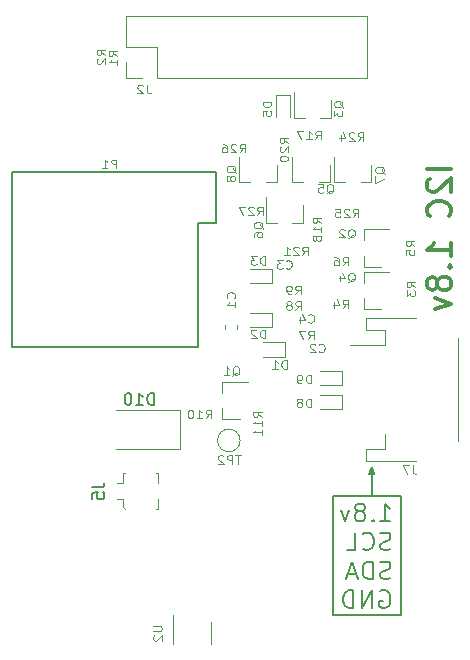
<source format=gbo>
G04 #@! TF.GenerationSoftware,KiCad,Pcbnew,(5.1.0-10-g6006703)*
G04 #@! TF.CreationDate,2019-04-13T18:37:01+08:00*
G04 #@! TF.ProjectId,cicada,63696361-6461-42e6-9b69-6361645f7063,0.1*
G04 #@! TF.SameCoordinates,PX7cee6c0PY3dfd240*
G04 #@! TF.FileFunction,Legend,Bot*
G04 #@! TF.FilePolarity,Positive*
%FSLAX46Y46*%
G04 Gerber Fmt 4.6, Leading zero omitted, Abs format (unit mm)*
G04 Created by KiCad (PCBNEW (5.1.0-10-g6006703)) date 2019-04-13 18:37:01*
%MOMM*%
%LPD*%
G04 APERTURE LIST*
%ADD10C,0.200000*%
%ADD11C,0.300000*%
%ADD12C,0.120000*%
%ADD13C,0.150000*%
G04 APERTURE END LIST*
D10*
X10400000Y-36150000D02*
X10600000Y-35550000D01*
X10800000Y-36150000D02*
X10400000Y-36150000D01*
X10600000Y-35550000D02*
X10800000Y-36150000D01*
X10600000Y-38000000D02*
X10600000Y-35550000D01*
X13050000Y-48100000D02*
X13050000Y-38000000D01*
X7350000Y-48100000D02*
X13050000Y-48100000D01*
X7350000Y-38000000D02*
X7350000Y-48100000D01*
X13050000Y-38000000D02*
X7350000Y-38000000D01*
X11327142Y-40153571D02*
X12184285Y-40153571D01*
X11755714Y-40153571D02*
X11755714Y-38653571D01*
X11898571Y-38867857D01*
X12041428Y-39010714D01*
X12184285Y-39082142D01*
X10684285Y-40010714D02*
X10612857Y-40082142D01*
X10684285Y-40153571D01*
X10755714Y-40082142D01*
X10684285Y-40010714D01*
X10684285Y-40153571D01*
X9755714Y-39296428D02*
X9898571Y-39225000D01*
X9970000Y-39153571D01*
X10041428Y-39010714D01*
X10041428Y-38939285D01*
X9970000Y-38796428D01*
X9898571Y-38725000D01*
X9755714Y-38653571D01*
X9470000Y-38653571D01*
X9327142Y-38725000D01*
X9255714Y-38796428D01*
X9184285Y-38939285D01*
X9184285Y-39010714D01*
X9255714Y-39153571D01*
X9327142Y-39225000D01*
X9470000Y-39296428D01*
X9755714Y-39296428D01*
X9898571Y-39367857D01*
X9970000Y-39439285D01*
X10041428Y-39582142D01*
X10041428Y-39867857D01*
X9970000Y-40010714D01*
X9898571Y-40082142D01*
X9755714Y-40153571D01*
X9470000Y-40153571D01*
X9327142Y-40082142D01*
X9255714Y-40010714D01*
X9184285Y-39867857D01*
X9184285Y-39582142D01*
X9255714Y-39439285D01*
X9327142Y-39367857D01*
X9470000Y-39296428D01*
X8684285Y-39153571D02*
X8327142Y-40153571D01*
X7970000Y-39153571D01*
X12184285Y-42532142D02*
X11970000Y-42603571D01*
X11612857Y-42603571D01*
X11470000Y-42532142D01*
X11398571Y-42460714D01*
X11327142Y-42317857D01*
X11327142Y-42175000D01*
X11398571Y-42032142D01*
X11470000Y-41960714D01*
X11612857Y-41889285D01*
X11898571Y-41817857D01*
X12041428Y-41746428D01*
X12112857Y-41675000D01*
X12184285Y-41532142D01*
X12184285Y-41389285D01*
X12112857Y-41246428D01*
X12041428Y-41175000D01*
X11898571Y-41103571D01*
X11541428Y-41103571D01*
X11327142Y-41175000D01*
X9827142Y-42460714D02*
X9898571Y-42532142D01*
X10112857Y-42603571D01*
X10255714Y-42603571D01*
X10470000Y-42532142D01*
X10612857Y-42389285D01*
X10684285Y-42246428D01*
X10755714Y-41960714D01*
X10755714Y-41746428D01*
X10684285Y-41460714D01*
X10612857Y-41317857D01*
X10470000Y-41175000D01*
X10255714Y-41103571D01*
X10112857Y-41103571D01*
X9898571Y-41175000D01*
X9827142Y-41246428D01*
X8470000Y-42603571D02*
X9184285Y-42603571D01*
X9184285Y-41103571D01*
X12184285Y-44982142D02*
X11970000Y-45053571D01*
X11612857Y-45053571D01*
X11470000Y-44982142D01*
X11398571Y-44910714D01*
X11327142Y-44767857D01*
X11327142Y-44625000D01*
X11398571Y-44482142D01*
X11470000Y-44410714D01*
X11612857Y-44339285D01*
X11898571Y-44267857D01*
X12041428Y-44196428D01*
X12112857Y-44125000D01*
X12184285Y-43982142D01*
X12184285Y-43839285D01*
X12112857Y-43696428D01*
X12041428Y-43625000D01*
X11898571Y-43553571D01*
X11541428Y-43553571D01*
X11327142Y-43625000D01*
X10684285Y-45053571D02*
X10684285Y-43553571D01*
X10327142Y-43553571D01*
X10112857Y-43625000D01*
X9970000Y-43767857D01*
X9898571Y-43910714D01*
X9827142Y-44196428D01*
X9827142Y-44410714D01*
X9898571Y-44696428D01*
X9970000Y-44839285D01*
X10112857Y-44982142D01*
X10327142Y-45053571D01*
X10684285Y-45053571D01*
X9255714Y-44625000D02*
X8541428Y-44625000D01*
X9398571Y-45053571D02*
X8898571Y-43553571D01*
X8398571Y-45053571D01*
X11327142Y-46075000D02*
X11470000Y-46003571D01*
X11684285Y-46003571D01*
X11898571Y-46075000D01*
X12041428Y-46217857D01*
X12112857Y-46360714D01*
X12184285Y-46646428D01*
X12184285Y-46860714D01*
X12112857Y-47146428D01*
X12041428Y-47289285D01*
X11898571Y-47432142D01*
X11684285Y-47503571D01*
X11541428Y-47503571D01*
X11327142Y-47432142D01*
X11255714Y-47360714D01*
X11255714Y-46860714D01*
X11541428Y-46860714D01*
X10612857Y-47503571D02*
X10612857Y-46003571D01*
X9755714Y-47503571D01*
X9755714Y-46003571D01*
X9041428Y-47503571D02*
X9041428Y-46003571D01*
X8684285Y-46003571D01*
X8470000Y-46075000D01*
X8327142Y-46217857D01*
X8255714Y-46360714D01*
X8184285Y-46646428D01*
X8184285Y-46860714D01*
X8255714Y-47146428D01*
X8327142Y-47289285D01*
X8470000Y-47432142D01*
X8684285Y-47503571D01*
X9041428Y-47503571D01*
D11*
X17304761Y-10292857D02*
X15304761Y-10292857D01*
X15495238Y-11150000D02*
X15400000Y-11245238D01*
X15304761Y-11435714D01*
X15304761Y-11911904D01*
X15400000Y-12102380D01*
X15495238Y-12197619D01*
X15685714Y-12292857D01*
X15876190Y-12292857D01*
X16161904Y-12197619D01*
X17304761Y-11054761D01*
X17304761Y-12292857D01*
X17114285Y-14292857D02*
X17209523Y-14197619D01*
X17304761Y-13911904D01*
X17304761Y-13721428D01*
X17209523Y-13435714D01*
X17019047Y-13245238D01*
X16828571Y-13150000D01*
X16447619Y-13054761D01*
X16161904Y-13054761D01*
X15780952Y-13150000D01*
X15590476Y-13245238D01*
X15400000Y-13435714D01*
X15304761Y-13721428D01*
X15304761Y-13911904D01*
X15400000Y-14197619D01*
X15495238Y-14292857D01*
X17304761Y-17721428D02*
X17304761Y-16578571D01*
X17304761Y-17150000D02*
X15304761Y-17150000D01*
X15590476Y-16959523D01*
X15780952Y-16769047D01*
X15876190Y-16578571D01*
X17114285Y-18578571D02*
X17209523Y-18673809D01*
X17304761Y-18578571D01*
X17209523Y-18483333D01*
X17114285Y-18578571D01*
X17304761Y-18578571D01*
X16161904Y-19816666D02*
X16066666Y-19626190D01*
X15971428Y-19530952D01*
X15780952Y-19435714D01*
X15685714Y-19435714D01*
X15495238Y-19530952D01*
X15400000Y-19626190D01*
X15304761Y-19816666D01*
X15304761Y-20197619D01*
X15400000Y-20388095D01*
X15495238Y-20483333D01*
X15685714Y-20578571D01*
X15780952Y-20578571D01*
X15971428Y-20483333D01*
X16066666Y-20388095D01*
X16161904Y-20197619D01*
X16161904Y-19816666D01*
X16257142Y-19626190D01*
X16352380Y-19530952D01*
X16542857Y-19435714D01*
X16923809Y-19435714D01*
X17114285Y-19530952D01*
X17209523Y-19626190D01*
X17304761Y-19816666D01*
X17304761Y-20197619D01*
X17209523Y-20388095D01*
X17114285Y-20483333D01*
X16923809Y-20578571D01*
X16542857Y-20578571D01*
X16352380Y-20483333D01*
X16257142Y-20388095D01*
X16161904Y-20197619D01*
X15971428Y-21245238D02*
X17304761Y-21721428D01*
X15971428Y-22197619D01*
D12*
X-10500000Y-36900000D02*
X-11000000Y-36900000D01*
X-10500000Y-38300000D02*
X-11000000Y-38300000D01*
X-10500000Y-38300000D02*
X-10500000Y-38900000D01*
X-10500000Y-38900000D02*
X-10300000Y-39100000D01*
X-10300000Y-36100000D02*
X-10500000Y-36100000D01*
X-10500000Y-36100000D02*
X-10500000Y-36900000D01*
X-7500000Y-36900000D02*
X-7500000Y-36100000D01*
X-7500000Y-36100000D02*
X-7700000Y-36100000D01*
X-7700000Y-39100000D02*
X-7500000Y-39100000D01*
X-7500000Y-39100000D02*
X-7500000Y-38300000D01*
X-5650000Y-30700000D02*
X-11050000Y-30700000D01*
X-5650000Y-34000000D02*
X-11050000Y-34000000D01*
X-5650000Y-30700000D02*
X-5650000Y-34000000D01*
X17910000Y-24660000D02*
X17910000Y-33340000D01*
X11690000Y-34040000D02*
X11690000Y-32760000D01*
X10090000Y-34040000D02*
X11690000Y-34040000D01*
X10090000Y-35060000D02*
X10090000Y-34040000D01*
X14340000Y-35060000D02*
X10090000Y-35060000D01*
X11690000Y-25240000D02*
X8800000Y-25240000D01*
X11690000Y-23960000D02*
X11690000Y-25240000D01*
X10090000Y-23960000D02*
X11690000Y-23960000D01*
X10090000Y-22940000D02*
X10090000Y-23960000D01*
X14340000Y-22940000D02*
X10090000Y-22940000D01*
X-10220000Y-1270000D02*
X-10220000Y-2600000D01*
X-10220000Y-2600000D02*
X-8890000Y-2600000D01*
X-10220000Y0D02*
X-7620000Y0D01*
X-7620000Y0D02*
X-7620000Y-2600000D01*
X-7620000Y-2600000D02*
X10220000Y-2600000D01*
X10220000Y2600000D02*
X10220000Y-2600000D01*
X-10220000Y2600000D02*
X10220000Y2600000D01*
X-10220000Y2600000D02*
X-10220000Y0D01*
X-6210000Y-50500000D02*
X-6210000Y-48050000D01*
X-2990000Y-48700000D02*
X-2990000Y-50500000D01*
X-550000Y-33300000D02*
G75*
G03X-550000Y-33300000I-950000J0D01*
G01*
X2540660Y-11454974D02*
X2540660Y-9994974D01*
X-619340Y-11454974D02*
X-619340Y-9294974D01*
X-619340Y-11454974D02*
X310660Y-11454974D01*
X2540660Y-11454974D02*
X1610660Y-11454974D01*
X10580000Y-11460000D02*
X10580000Y-10000000D01*
X7420000Y-11460000D02*
X7420000Y-9300000D01*
X7420000Y-11460000D02*
X8350000Y-11460000D01*
X10580000Y-11460000D02*
X9650000Y-11460000D01*
X4780000Y-14860000D02*
X4780000Y-13400000D01*
X1620000Y-14860000D02*
X1620000Y-12700000D01*
X1620000Y-14860000D02*
X2550000Y-14860000D01*
X4780000Y-14860000D02*
X3850000Y-14860000D01*
X7030000Y-11460000D02*
X7030000Y-10000000D01*
X3870000Y-11460000D02*
X3870000Y-9300000D01*
X3870000Y-11460000D02*
X4800000Y-11460000D01*
X7030000Y-11460000D02*
X6100000Y-11460000D01*
X9940000Y-22180000D02*
X11400000Y-22180000D01*
X9940000Y-19020000D02*
X12100000Y-19020000D01*
X9940000Y-19020000D02*
X9940000Y-19950000D01*
X9940000Y-22180000D02*
X9940000Y-21250000D01*
X7148579Y-5980000D02*
X7148579Y-4520000D01*
X3988579Y-5980000D02*
X3988579Y-3820000D01*
X3988579Y-5980000D02*
X4918579Y-5980000D01*
X7148579Y-5980000D02*
X6218579Y-5980000D01*
X9940000Y-18580000D02*
X11400000Y-18580000D01*
X9940000Y-15420000D02*
X12100000Y-15420000D01*
X9940000Y-15420000D02*
X9940000Y-16350000D01*
X9940000Y-18580000D02*
X9940000Y-17650000D01*
X-2034874Y-31502183D02*
X-574874Y-31502183D01*
X-2034874Y-28342183D02*
X125126Y-28342183D01*
X-2034874Y-28342183D02*
X-2034874Y-29272183D01*
X-2034874Y-31502183D02*
X-2034874Y-30572183D01*
D13*
X-4100000Y-14850000D02*
X-4100000Y-25350000D01*
X-2600000Y-14850000D02*
X-4100000Y-14850000D01*
X-2600000Y-10600000D02*
X-2600000Y-14850000D01*
X-19850000Y-10600000D02*
X-2600000Y-10600000D01*
X-19850000Y-25350000D02*
X-19850000Y-10600000D01*
X-4100000Y-25350000D02*
X-19850000Y-25350000D01*
D12*
X6200000Y-28650000D02*
X8050000Y-28650000D01*
X6200000Y-27450000D02*
X8050000Y-27450000D01*
X8050000Y-27450000D02*
X8050000Y-28650000D01*
X6200000Y-30650000D02*
X8050000Y-30650000D01*
X6200000Y-29450000D02*
X8050000Y-29450000D01*
X8050000Y-29450000D02*
X8050000Y-30650000D01*
X3658579Y-5900000D02*
X3658579Y-4050000D01*
X2458579Y-5900000D02*
X2458579Y-4050000D01*
X2458579Y-4050000D02*
X3658579Y-4050000D01*
X300000Y-20000000D02*
X2150000Y-20000000D01*
X300000Y-18800000D02*
X2150000Y-18800000D01*
X2150000Y-18800000D02*
X2150000Y-20000000D01*
X300000Y-23700000D02*
X2150000Y-23700000D01*
X300000Y-22500000D02*
X2150000Y-22500000D01*
X2150000Y-22500000D02*
X2150000Y-23700000D01*
X1400000Y-26200000D02*
X3250000Y-26200000D01*
X1400000Y-25000000D02*
X3250000Y-25000000D01*
X3250000Y-25000000D02*
X3250000Y-26200000D01*
X-790000Y-23537221D02*
X-790000Y-23862779D01*
X-1810000Y-23537221D02*
X-1810000Y-23862779D01*
D13*
X-13047620Y-37266666D02*
X-12333334Y-37266666D01*
X-12190477Y-37219047D01*
X-12095239Y-37123809D01*
X-12047620Y-36980952D01*
X-12047620Y-36885714D01*
X-13047620Y-38219047D02*
X-13047620Y-37742857D01*
X-12571429Y-37695238D01*
X-12619048Y-37742857D01*
X-12666667Y-37838095D01*
X-12666667Y-38076190D01*
X-12619048Y-38171428D01*
X-12571429Y-38219047D01*
X-12476191Y-38266666D01*
X-12238096Y-38266666D01*
X-12142858Y-38219047D01*
X-12095239Y-38171428D01*
X-12047620Y-38076190D01*
X-12047620Y-37838095D01*
X-12095239Y-37742857D01*
X-12142858Y-37695238D01*
X-7835715Y-30302380D02*
X-7835715Y-29302380D01*
X-8073810Y-29302380D01*
X-8216667Y-29350000D01*
X-8311905Y-29445238D01*
X-8359524Y-29540476D01*
X-8407143Y-29730952D01*
X-8407143Y-29873809D01*
X-8359524Y-30064285D01*
X-8311905Y-30159523D01*
X-8216667Y-30254761D01*
X-8073810Y-30302380D01*
X-7835715Y-30302380D01*
X-9359524Y-30302380D02*
X-8788096Y-30302380D01*
X-9073810Y-30302380D02*
X-9073810Y-29302380D01*
X-8978572Y-29445238D01*
X-8883334Y-29540476D01*
X-8788096Y-29588095D01*
X-9978572Y-29302380D02*
X-10073810Y-29302380D01*
X-10169048Y-29350000D01*
X-10216667Y-29397619D01*
X-10264286Y-29492857D01*
X-10311905Y-29683333D01*
X-10311905Y-29921428D01*
X-10264286Y-30111904D01*
X-10216667Y-30207142D01*
X-10169048Y-30254761D01*
X-10073810Y-30302380D01*
X-9978572Y-30302380D01*
X-9883334Y-30254761D01*
X-9835715Y-30207142D01*
X-9788096Y-30111904D01*
X-9740477Y-29921428D01*
X-9740477Y-29683333D01*
X-9788096Y-29492857D01*
X-9835715Y-29397619D01*
X-9883334Y-29350000D01*
X-9978572Y-29302380D01*
D12*
X14066666Y-35416666D02*
X14066666Y-35916666D01*
X14104761Y-36016666D01*
X14180952Y-36083333D01*
X14295238Y-36116666D01*
X14371428Y-36116666D01*
X13761904Y-35416666D02*
X13228571Y-35416666D01*
X13571428Y-36116666D01*
X914285Y-14216666D02*
X1180952Y-13883333D01*
X1371428Y-14216666D02*
X1371428Y-13516666D01*
X1066666Y-13516666D01*
X990476Y-13550000D01*
X952380Y-13583333D01*
X914285Y-13650000D01*
X914285Y-13750000D01*
X952380Y-13816666D01*
X990476Y-13850000D01*
X1066666Y-13883333D01*
X1371428Y-13883333D01*
X609523Y-13583333D02*
X571428Y-13550000D01*
X495238Y-13516666D01*
X304761Y-13516666D01*
X228571Y-13550000D01*
X190476Y-13583333D01*
X152380Y-13650000D01*
X152380Y-13716666D01*
X190476Y-13816666D01*
X647619Y-14216666D01*
X152380Y-14216666D01*
X-114286Y-13516666D02*
X-647620Y-13516666D01*
X-304762Y-14216666D01*
X-585715Y-8916666D02*
X-319048Y-8583333D01*
X-128572Y-8916666D02*
X-128572Y-8216666D01*
X-433334Y-8216666D01*
X-509524Y-8250000D01*
X-547620Y-8283333D01*
X-585715Y-8350000D01*
X-585715Y-8450000D01*
X-547620Y-8516666D01*
X-509524Y-8550000D01*
X-433334Y-8583333D01*
X-128572Y-8583333D01*
X-890477Y-8283333D02*
X-928572Y-8250000D01*
X-1004762Y-8216666D01*
X-1195239Y-8216666D01*
X-1271429Y-8250000D01*
X-1309524Y-8283333D01*
X-1347620Y-8350000D01*
X-1347620Y-8416666D01*
X-1309524Y-8516666D01*
X-852381Y-8916666D01*
X-1347620Y-8916666D01*
X-2033334Y-8216666D02*
X-1880953Y-8216666D01*
X-1804762Y-8250000D01*
X-1766667Y-8283333D01*
X-1690477Y-8383333D01*
X-1652381Y-8516666D01*
X-1652381Y-8783333D01*
X-1690477Y-8850000D01*
X-1728572Y-8883333D01*
X-1804762Y-8916666D01*
X-1957143Y-8916666D01*
X-2033334Y-8883333D01*
X-2071429Y-8850000D01*
X-2109524Y-8783333D01*
X-2109524Y-8616666D01*
X-2071429Y-8550000D01*
X-2033334Y-8516666D01*
X-1957143Y-8483333D01*
X-1804762Y-8483333D01*
X-1728572Y-8516666D01*
X-1690477Y-8550000D01*
X-1652381Y-8616666D01*
X9014285Y-14386666D02*
X9280952Y-14053333D01*
X9471428Y-14386666D02*
X9471428Y-13686666D01*
X9166666Y-13686666D01*
X9090476Y-13720000D01*
X9052380Y-13753333D01*
X9014285Y-13820000D01*
X9014285Y-13920000D01*
X9052380Y-13986666D01*
X9090476Y-14020000D01*
X9166666Y-14053333D01*
X9471428Y-14053333D01*
X8709523Y-13753333D02*
X8671428Y-13720000D01*
X8595238Y-13686666D01*
X8404761Y-13686666D01*
X8328571Y-13720000D01*
X8290476Y-13753333D01*
X8252380Y-13820000D01*
X8252380Y-13886666D01*
X8290476Y-13986666D01*
X8747619Y-14386666D01*
X8252380Y-14386666D01*
X7528571Y-13686666D02*
X7909523Y-13686666D01*
X7947619Y-14020000D01*
X7909523Y-13986666D01*
X7833333Y-13953333D01*
X7642857Y-13953333D01*
X7566666Y-13986666D01*
X7528571Y-14020000D01*
X7490476Y-14086666D01*
X7490476Y-14253333D01*
X7528571Y-14320000D01*
X7566666Y-14353333D01*
X7642857Y-14386666D01*
X7833333Y-14386666D01*
X7909523Y-14353333D01*
X7947619Y-14320000D01*
X9414285Y-7916666D02*
X9680952Y-7583333D01*
X9871428Y-7916666D02*
X9871428Y-7216666D01*
X9566666Y-7216666D01*
X9490476Y-7250000D01*
X9452380Y-7283333D01*
X9414285Y-7350000D01*
X9414285Y-7450000D01*
X9452380Y-7516666D01*
X9490476Y-7550000D01*
X9566666Y-7583333D01*
X9871428Y-7583333D01*
X9109523Y-7283333D02*
X9071428Y-7250000D01*
X8995238Y-7216666D01*
X8804761Y-7216666D01*
X8728571Y-7250000D01*
X8690476Y-7283333D01*
X8652380Y-7350000D01*
X8652380Y-7416666D01*
X8690476Y-7516666D01*
X9147619Y-7916666D01*
X8652380Y-7916666D01*
X7966666Y-7450000D02*
X7966666Y-7916666D01*
X8157142Y-7183333D02*
X8347619Y-7683333D01*
X7852380Y-7683333D01*
X4714285Y-17616666D02*
X4980952Y-17283333D01*
X5171428Y-17616666D02*
X5171428Y-16916666D01*
X4866666Y-16916666D01*
X4790476Y-16950000D01*
X4752380Y-16983333D01*
X4714285Y-17050000D01*
X4714285Y-17150000D01*
X4752380Y-17216666D01*
X4790476Y-17250000D01*
X4866666Y-17283333D01*
X5171428Y-17283333D01*
X4409523Y-16983333D02*
X4371428Y-16950000D01*
X4295238Y-16916666D01*
X4104761Y-16916666D01*
X4028571Y-16950000D01*
X3990476Y-16983333D01*
X3952380Y-17050000D01*
X3952380Y-17116666D01*
X3990476Y-17216666D01*
X4447619Y-17616666D01*
X3952380Y-17616666D01*
X3190476Y-17616666D02*
X3647619Y-17616666D01*
X3419047Y-17616666D02*
X3419047Y-16916666D01*
X3495238Y-17016666D01*
X3571428Y-17083333D01*
X3647619Y-17116666D01*
X3516666Y-8135714D02*
X3183333Y-7869047D01*
X3516666Y-7678571D02*
X2816666Y-7678571D01*
X2816666Y-7983333D01*
X2850000Y-8059523D01*
X2883333Y-8097619D01*
X2950000Y-8135714D01*
X3050000Y-8135714D01*
X3116666Y-8097619D01*
X3150000Y-8059523D01*
X3183333Y-7983333D01*
X3183333Y-7678571D01*
X2883333Y-8440476D02*
X2850000Y-8478571D01*
X2816666Y-8554761D01*
X2816666Y-8745238D01*
X2850000Y-8821428D01*
X2883333Y-8859523D01*
X2950000Y-8897619D01*
X3016666Y-8897619D01*
X3116666Y-8859523D01*
X3516666Y-8402380D01*
X3516666Y-8897619D01*
X2816666Y-9392857D02*
X2816666Y-9469047D01*
X2850000Y-9545238D01*
X2883333Y-9583333D01*
X2950000Y-9621428D01*
X3083333Y-9659523D01*
X3250000Y-9659523D01*
X3383333Y-9621428D01*
X3450000Y-9583333D01*
X3483333Y-9545238D01*
X3516666Y-9469047D01*
X3516666Y-9392857D01*
X3483333Y-9316666D01*
X3450000Y-9278571D01*
X3383333Y-9240476D01*
X3250000Y-9202380D01*
X3083333Y-9202380D01*
X2950000Y-9240476D01*
X2883333Y-9278571D01*
X2850000Y-9316666D01*
X2816666Y-9392857D01*
X6316666Y-14885714D02*
X5983333Y-14619047D01*
X6316666Y-14428571D02*
X5616666Y-14428571D01*
X5616666Y-14733333D01*
X5650000Y-14809523D01*
X5683333Y-14847619D01*
X5750000Y-14885714D01*
X5850000Y-14885714D01*
X5916666Y-14847619D01*
X5950000Y-14809523D01*
X5983333Y-14733333D01*
X5983333Y-14428571D01*
X6316666Y-15647619D02*
X6316666Y-15190476D01*
X6316666Y-15419047D02*
X5616666Y-15419047D01*
X5716666Y-15342857D01*
X5783333Y-15266666D01*
X5816666Y-15190476D01*
X5916666Y-16104761D02*
X5883333Y-16028571D01*
X5850000Y-15990476D01*
X5783333Y-15952380D01*
X5750000Y-15952380D01*
X5683333Y-15990476D01*
X5650000Y-16028571D01*
X5616666Y-16104761D01*
X5616666Y-16257142D01*
X5650000Y-16333333D01*
X5683333Y-16371428D01*
X5750000Y-16409523D01*
X5783333Y-16409523D01*
X5850000Y-16371428D01*
X5883333Y-16333333D01*
X5916666Y-16257142D01*
X5916666Y-16104761D01*
X5950000Y-16028571D01*
X5983333Y-15990476D01*
X6050000Y-15952380D01*
X6183333Y-15952380D01*
X6250000Y-15990476D01*
X6283333Y-16028571D01*
X6316666Y-16104761D01*
X6316666Y-16257142D01*
X6283333Y-16333333D01*
X6250000Y-16371428D01*
X6183333Y-16409523D01*
X6050000Y-16409523D01*
X5983333Y-16371428D01*
X5950000Y-16333333D01*
X5916666Y-16257142D01*
X5814285Y-7816666D02*
X6080952Y-7483333D01*
X6271428Y-7816666D02*
X6271428Y-7116666D01*
X5966666Y-7116666D01*
X5890476Y-7150000D01*
X5852380Y-7183333D01*
X5814285Y-7250000D01*
X5814285Y-7350000D01*
X5852380Y-7416666D01*
X5890476Y-7450000D01*
X5966666Y-7483333D01*
X6271428Y-7483333D01*
X5052380Y-7816666D02*
X5509523Y-7816666D01*
X5280952Y-7816666D02*
X5280952Y-7116666D01*
X5357142Y-7216666D01*
X5433333Y-7283333D01*
X5509523Y-7316666D01*
X4785714Y-7116666D02*
X4252380Y-7116666D01*
X4595238Y-7816666D01*
X1275245Y-31327136D02*
X941912Y-31060469D01*
X1275245Y-30869993D02*
X575245Y-30869993D01*
X575245Y-31174755D01*
X608579Y-31250945D01*
X641912Y-31289041D01*
X708579Y-31327136D01*
X808579Y-31327136D01*
X875245Y-31289041D01*
X908579Y-31250945D01*
X941912Y-31174755D01*
X941912Y-30869993D01*
X1275245Y-32089041D02*
X1275245Y-31631898D01*
X1275245Y-31860469D02*
X575245Y-31860469D01*
X675245Y-31784279D01*
X741912Y-31708088D01*
X775245Y-31631898D01*
X1275245Y-32850945D02*
X1275245Y-32393802D01*
X1275245Y-32622374D02*
X575245Y-32622374D01*
X675245Y-32546183D01*
X741912Y-32469993D01*
X775245Y-32393802D01*
X-3460588Y-31408847D02*
X-3193921Y-31075514D01*
X-3003445Y-31408847D02*
X-3003445Y-30708847D01*
X-3308207Y-30708847D01*
X-3384397Y-30742181D01*
X-3422493Y-30775514D01*
X-3460588Y-30842181D01*
X-3460588Y-30942181D01*
X-3422493Y-31008847D01*
X-3384397Y-31042181D01*
X-3308207Y-31075514D01*
X-3003445Y-31075514D01*
X-4222493Y-31408847D02*
X-3765350Y-31408847D01*
X-3993921Y-31408847D02*
X-3993921Y-30708847D01*
X-3917731Y-30808847D01*
X-3841540Y-30875514D01*
X-3765350Y-30908847D01*
X-4717731Y-30708847D02*
X-4793921Y-30708847D01*
X-4870112Y-30742181D01*
X-4908207Y-30775514D01*
X-4946302Y-30842181D01*
X-4984397Y-30975514D01*
X-4984397Y-31142181D01*
X-4946302Y-31275514D01*
X-4908207Y-31342181D01*
X-4870112Y-31375514D01*
X-4793921Y-31408847D01*
X-4717731Y-31408847D01*
X-4641540Y-31375514D01*
X-4603445Y-31342181D01*
X-4565350Y-31275514D01*
X-4527254Y-31142181D01*
X-4527254Y-30975514D01*
X-4565350Y-30842181D01*
X-4603445Y-30775514D01*
X-4641540Y-30742181D01*
X-4717731Y-30708847D01*
X4133333Y-20916666D02*
X4400000Y-20583333D01*
X4590476Y-20916666D02*
X4590476Y-20216666D01*
X4285714Y-20216666D01*
X4209523Y-20250000D01*
X4171428Y-20283333D01*
X4133333Y-20350000D01*
X4133333Y-20450000D01*
X4171428Y-20516666D01*
X4209523Y-20550000D01*
X4285714Y-20583333D01*
X4590476Y-20583333D01*
X3752380Y-20916666D02*
X3600000Y-20916666D01*
X3523809Y-20883333D01*
X3485714Y-20850000D01*
X3409523Y-20750000D01*
X3371428Y-20616666D01*
X3371428Y-20350000D01*
X3409523Y-20283333D01*
X3447619Y-20250000D01*
X3523809Y-20216666D01*
X3676190Y-20216666D01*
X3752380Y-20250000D01*
X3790476Y-20283333D01*
X3828571Y-20350000D01*
X3828571Y-20516666D01*
X3790476Y-20583333D01*
X3752380Y-20616666D01*
X3676190Y-20650000D01*
X3523809Y-20650000D01*
X3447619Y-20616666D01*
X3409523Y-20583333D01*
X3371428Y-20516666D01*
X4133333Y-22216666D02*
X4400000Y-21883333D01*
X4590476Y-22216666D02*
X4590476Y-21516666D01*
X4285714Y-21516666D01*
X4209523Y-21550000D01*
X4171428Y-21583333D01*
X4133333Y-21650000D01*
X4133333Y-21750000D01*
X4171428Y-21816666D01*
X4209523Y-21850000D01*
X4285714Y-21883333D01*
X4590476Y-21883333D01*
X3676190Y-21816666D02*
X3752380Y-21783333D01*
X3790476Y-21750000D01*
X3828571Y-21683333D01*
X3828571Y-21650000D01*
X3790476Y-21583333D01*
X3752380Y-21550000D01*
X3676190Y-21516666D01*
X3523809Y-21516666D01*
X3447619Y-21550000D01*
X3409523Y-21583333D01*
X3371428Y-21650000D01*
X3371428Y-21683333D01*
X3409523Y-21750000D01*
X3447619Y-21783333D01*
X3523809Y-21816666D01*
X3676190Y-21816666D01*
X3752380Y-21850000D01*
X3790476Y-21883333D01*
X3828571Y-21950000D01*
X3828571Y-22083333D01*
X3790476Y-22150000D01*
X3752380Y-22183333D01*
X3676190Y-22216666D01*
X3523809Y-22216666D01*
X3447619Y-22183333D01*
X3409523Y-22150000D01*
X3371428Y-22083333D01*
X3371428Y-21950000D01*
X3409523Y-21883333D01*
X3447619Y-21850000D01*
X3523809Y-21816666D01*
X5233333Y-24716666D02*
X5500000Y-24383333D01*
X5690476Y-24716666D02*
X5690476Y-24016666D01*
X5385714Y-24016666D01*
X5309523Y-24050000D01*
X5271428Y-24083333D01*
X5233333Y-24150000D01*
X5233333Y-24250000D01*
X5271428Y-24316666D01*
X5309523Y-24350000D01*
X5385714Y-24383333D01*
X5690476Y-24383333D01*
X4966666Y-24016666D02*
X4433333Y-24016666D01*
X4776190Y-24716666D01*
X8133333Y-18486666D02*
X8400000Y-18153333D01*
X8590476Y-18486666D02*
X8590476Y-17786666D01*
X8285714Y-17786666D01*
X8209523Y-17820000D01*
X8171428Y-17853333D01*
X8133333Y-17920000D01*
X8133333Y-18020000D01*
X8171428Y-18086666D01*
X8209523Y-18120000D01*
X8285714Y-18153333D01*
X8590476Y-18153333D01*
X7447619Y-17786666D02*
X7600000Y-17786666D01*
X7676190Y-17820000D01*
X7714285Y-17853333D01*
X7790476Y-17953333D01*
X7828571Y-18086666D01*
X7828571Y-18353333D01*
X7790476Y-18420000D01*
X7752380Y-18453333D01*
X7676190Y-18486666D01*
X7523809Y-18486666D01*
X7447619Y-18453333D01*
X7409523Y-18420000D01*
X7371428Y-18353333D01*
X7371428Y-18186666D01*
X7409523Y-18120000D01*
X7447619Y-18086666D01*
X7523809Y-18053333D01*
X7676190Y-18053333D01*
X7752380Y-18086666D01*
X7790476Y-18120000D01*
X7828571Y-18186666D01*
X14216666Y-16866666D02*
X13883333Y-16600000D01*
X14216666Y-16409523D02*
X13516666Y-16409523D01*
X13516666Y-16714285D01*
X13550000Y-16790476D01*
X13583333Y-16828571D01*
X13650000Y-16866666D01*
X13750000Y-16866666D01*
X13816666Y-16828571D01*
X13850000Y-16790476D01*
X13883333Y-16714285D01*
X13883333Y-16409523D01*
X13516666Y-17590476D02*
X13516666Y-17209523D01*
X13850000Y-17171428D01*
X13816666Y-17209523D01*
X13783333Y-17285714D01*
X13783333Y-17476190D01*
X13816666Y-17552380D01*
X13850000Y-17590476D01*
X13916666Y-17628571D01*
X14083333Y-17628571D01*
X14150000Y-17590476D01*
X14183333Y-17552380D01*
X14216666Y-17476190D01*
X14216666Y-17285714D01*
X14183333Y-17209523D01*
X14150000Y-17171428D01*
X8133333Y-22086666D02*
X8400000Y-21753333D01*
X8590476Y-22086666D02*
X8590476Y-21386666D01*
X8285714Y-21386666D01*
X8209523Y-21420000D01*
X8171428Y-21453333D01*
X8133333Y-21520000D01*
X8133333Y-21620000D01*
X8171428Y-21686666D01*
X8209523Y-21720000D01*
X8285714Y-21753333D01*
X8590476Y-21753333D01*
X7447619Y-21620000D02*
X7447619Y-22086666D01*
X7638095Y-21353333D02*
X7828571Y-21853333D01*
X7333333Y-21853333D01*
X14260168Y-20310169D02*
X13926835Y-20043503D01*
X14260168Y-19853026D02*
X13560168Y-19853026D01*
X13560168Y-20157788D01*
X13593502Y-20233979D01*
X13626835Y-20272074D01*
X13693502Y-20310169D01*
X13793502Y-20310169D01*
X13860168Y-20272074D01*
X13893502Y-20233979D01*
X13926835Y-20157788D01*
X13926835Y-19853026D01*
X13560168Y-20576836D02*
X13560168Y-21072074D01*
X13826835Y-20805407D01*
X13826835Y-20919693D01*
X13860168Y-20995883D01*
X13893502Y-21033979D01*
X13960168Y-21072074D01*
X14126835Y-21072074D01*
X14193502Y-21033979D01*
X14226835Y-20995883D01*
X14260168Y-20919693D01*
X14260168Y-20691122D01*
X14226835Y-20614931D01*
X14193502Y-20576836D01*
X-11983334Y-666666D02*
X-12316667Y-400000D01*
X-11983334Y-209523D02*
X-12683334Y-209523D01*
X-12683334Y-514285D01*
X-12650000Y-590476D01*
X-12616667Y-628571D01*
X-12550000Y-666666D01*
X-12450000Y-666666D01*
X-12383334Y-628571D01*
X-12350000Y-590476D01*
X-12316667Y-514285D01*
X-12316667Y-209523D01*
X-12616667Y-971428D02*
X-12650000Y-1009523D01*
X-12683334Y-1085714D01*
X-12683334Y-1276190D01*
X-12650000Y-1352380D01*
X-12616667Y-1390476D01*
X-12550000Y-1428571D01*
X-12483334Y-1428571D01*
X-12383334Y-1390476D01*
X-11983334Y-933333D01*
X-11983334Y-1428571D01*
X-10983334Y-766666D02*
X-11316667Y-500000D01*
X-10983334Y-309523D02*
X-11683334Y-309523D01*
X-11683334Y-614285D01*
X-11650000Y-690476D01*
X-11616667Y-728571D01*
X-11550000Y-766666D01*
X-11450000Y-766666D01*
X-11383334Y-728571D01*
X-11350000Y-690476D01*
X-11316667Y-614285D01*
X-11316667Y-309523D01*
X-10983334Y-1528571D02*
X-10983334Y-1071428D01*
X-10983334Y-1300000D02*
X-11683334Y-1300000D01*
X-11583334Y-1223809D01*
X-11516667Y-1147619D01*
X-11483334Y-1071428D01*
X-8433334Y-3216666D02*
X-8433334Y-3716666D01*
X-8395239Y-3816666D01*
X-8319048Y-3883333D01*
X-8204762Y-3916666D01*
X-8128572Y-3916666D01*
X-8776191Y-3283333D02*
X-8814286Y-3250000D01*
X-8890477Y-3216666D01*
X-9080953Y-3216666D01*
X-9157143Y-3250000D01*
X-9195239Y-3283333D01*
X-9233334Y-3350000D01*
X-9233334Y-3416666D01*
X-9195239Y-3516666D01*
X-8738096Y-3916666D01*
X-9233334Y-3916666D01*
X-7883334Y-48990476D02*
X-7316667Y-48990476D01*
X-7250000Y-49028571D01*
X-7216667Y-49066666D01*
X-7183334Y-49142857D01*
X-7183334Y-49295238D01*
X-7216667Y-49371428D01*
X-7250000Y-49409523D01*
X-7316667Y-49447619D01*
X-7883334Y-49447619D01*
X-7816667Y-49790476D02*
X-7850000Y-49828571D01*
X-7883334Y-49904761D01*
X-7883334Y-50095238D01*
X-7850000Y-50171428D01*
X-7816667Y-50209523D01*
X-7750000Y-50247619D01*
X-7683334Y-50247619D01*
X-7583334Y-50209523D01*
X-7183334Y-49752380D01*
X-7183334Y-50247619D01*
X-490477Y-34564666D02*
X-947620Y-34564666D01*
X-719048Y-35264666D02*
X-719048Y-34564666D01*
X-1214286Y-35264666D02*
X-1214286Y-34564666D01*
X-1519048Y-34564666D01*
X-1595239Y-34598000D01*
X-1633334Y-34631333D01*
X-1671429Y-34698000D01*
X-1671429Y-34798000D01*
X-1633334Y-34864666D01*
X-1595239Y-34898000D01*
X-1519048Y-34931333D01*
X-1214286Y-34931333D01*
X-1976191Y-34631333D02*
X-2014286Y-34598000D01*
X-2090477Y-34564666D01*
X-2280953Y-34564666D01*
X-2357143Y-34598000D01*
X-2395239Y-34631333D01*
X-2433334Y-34698000D01*
X-2433334Y-34764666D01*
X-2395239Y-34864666D01*
X-1938096Y-35264666D01*
X-2433334Y-35264666D01*
X-916667Y-10618783D02*
X-950000Y-10542593D01*
X-1016667Y-10466402D01*
X-1116667Y-10352116D01*
X-1150000Y-10275926D01*
X-1150000Y-10199735D01*
X-983334Y-10237831D02*
X-1016667Y-10161640D01*
X-1083334Y-10085450D01*
X-1216667Y-10047354D01*
X-1450000Y-10047354D01*
X-1583334Y-10085450D01*
X-1650000Y-10161640D01*
X-1683334Y-10237831D01*
X-1683334Y-10390212D01*
X-1650000Y-10466402D01*
X-1583334Y-10542593D01*
X-1450000Y-10580688D01*
X-1216667Y-10580688D01*
X-1083334Y-10542593D01*
X-1016667Y-10466402D01*
X-983334Y-10390212D01*
X-983334Y-10237831D01*
X-1383334Y-11037831D02*
X-1416667Y-10961640D01*
X-1450000Y-10923545D01*
X-1516667Y-10885450D01*
X-1550000Y-10885450D01*
X-1616667Y-10923545D01*
X-1650000Y-10961640D01*
X-1683334Y-11037831D01*
X-1683334Y-11190212D01*
X-1650000Y-11266402D01*
X-1616667Y-11304497D01*
X-1550000Y-11342593D01*
X-1516667Y-11342593D01*
X-1450000Y-11304497D01*
X-1416667Y-11266402D01*
X-1383334Y-11190212D01*
X-1383334Y-11037831D01*
X-1350000Y-10961640D01*
X-1316667Y-10923545D01*
X-1250000Y-10885450D01*
X-1116667Y-10885450D01*
X-1050000Y-10923545D01*
X-1016667Y-10961640D01*
X-983334Y-11037831D01*
X-983334Y-11190212D01*
X-1016667Y-11266402D01*
X-1050000Y-11304497D01*
X-1116667Y-11342593D01*
X-1250000Y-11342593D01*
X-1316667Y-11304497D01*
X-1350000Y-11266402D01*
X-1383334Y-11190212D01*
X11683333Y-10723809D02*
X11650000Y-10647619D01*
X11583333Y-10571428D01*
X11483333Y-10457142D01*
X11450000Y-10380952D01*
X11450000Y-10304761D01*
X11616666Y-10342857D02*
X11583333Y-10266666D01*
X11516666Y-10190476D01*
X11383333Y-10152380D01*
X11150000Y-10152380D01*
X11016666Y-10190476D01*
X10950000Y-10266666D01*
X10916666Y-10342857D01*
X10916666Y-10495238D01*
X10950000Y-10571428D01*
X11016666Y-10647619D01*
X11150000Y-10685714D01*
X11383333Y-10685714D01*
X11516666Y-10647619D01*
X11583333Y-10571428D01*
X11616666Y-10495238D01*
X11616666Y-10342857D01*
X10916666Y-10952380D02*
X10916666Y-11485714D01*
X11616666Y-11142857D01*
X1400490Y-15389495D02*
X1367157Y-15313305D01*
X1300490Y-15237114D01*
X1200490Y-15122828D01*
X1167157Y-15046638D01*
X1167157Y-14970447D01*
X1333823Y-15008543D02*
X1300490Y-14932352D01*
X1233823Y-14856162D01*
X1100490Y-14818066D01*
X867157Y-14818066D01*
X733823Y-14856162D01*
X667157Y-14932352D01*
X633823Y-15008543D01*
X633823Y-15160924D01*
X667157Y-15237114D01*
X733823Y-15313305D01*
X867157Y-15351400D01*
X1100490Y-15351400D01*
X1233823Y-15313305D01*
X1300490Y-15237114D01*
X1333823Y-15160924D01*
X1333823Y-15008543D01*
X633823Y-16037114D02*
X633823Y-15884733D01*
X667157Y-15808543D01*
X700490Y-15770447D01*
X800490Y-15694257D01*
X933823Y-15656162D01*
X1200490Y-15656162D01*
X1267157Y-15694257D01*
X1300490Y-15732352D01*
X1333823Y-15808543D01*
X1333823Y-15960924D01*
X1300490Y-16037114D01*
X1267157Y-16075209D01*
X1200490Y-16113305D01*
X1033823Y-16113305D01*
X967157Y-16075209D01*
X933823Y-16037114D01*
X900490Y-15960924D01*
X900490Y-15808543D01*
X933823Y-15732352D01*
X967157Y-15694257D01*
X1033823Y-15656162D01*
X6776190Y-12383333D02*
X6852380Y-12350000D01*
X6928571Y-12283333D01*
X7042857Y-12183333D01*
X7119047Y-12150000D01*
X7195238Y-12150000D01*
X7157142Y-12316666D02*
X7233333Y-12283333D01*
X7309523Y-12216666D01*
X7347619Y-12083333D01*
X7347619Y-11850000D01*
X7309523Y-11716666D01*
X7233333Y-11650000D01*
X7157142Y-11616666D01*
X7004761Y-11616666D01*
X6928571Y-11650000D01*
X6852380Y-11716666D01*
X6814285Y-11850000D01*
X6814285Y-12083333D01*
X6852380Y-12216666D01*
X6928571Y-12283333D01*
X7004761Y-12316666D01*
X7157142Y-12316666D01*
X6090476Y-11616666D02*
X6471428Y-11616666D01*
X6509523Y-11950000D01*
X6471428Y-11916666D01*
X6395238Y-11883333D01*
X6204761Y-11883333D01*
X6128571Y-11916666D01*
X6090476Y-11950000D01*
X6052380Y-12016666D01*
X6052380Y-12183333D01*
X6090476Y-12250000D01*
X6128571Y-12283333D01*
X6204761Y-12316666D01*
X6395238Y-12316666D01*
X6471428Y-12283333D01*
X6509523Y-12250000D01*
X8576190Y-19883333D02*
X8652380Y-19850000D01*
X8728571Y-19783333D01*
X8842857Y-19683333D01*
X8919047Y-19650000D01*
X8995238Y-19650000D01*
X8957142Y-19816666D02*
X9033333Y-19783333D01*
X9109523Y-19716666D01*
X9147619Y-19583333D01*
X9147619Y-19350000D01*
X9109523Y-19216666D01*
X9033333Y-19150000D01*
X8957142Y-19116666D01*
X8804761Y-19116666D01*
X8728571Y-19150000D01*
X8652380Y-19216666D01*
X8614285Y-19350000D01*
X8614285Y-19583333D01*
X8652380Y-19716666D01*
X8728571Y-19783333D01*
X8804761Y-19816666D01*
X8957142Y-19816666D01*
X7928571Y-19350000D02*
X7928571Y-19816666D01*
X8119047Y-19083333D02*
X8309523Y-19583333D01*
X7814285Y-19583333D01*
X8183333Y-5143809D02*
X8150000Y-5067619D01*
X8083333Y-4991428D01*
X7983333Y-4877142D01*
X7950000Y-4800952D01*
X7950000Y-4724761D01*
X8116666Y-4762857D02*
X8083333Y-4686666D01*
X8016666Y-4610476D01*
X7883333Y-4572380D01*
X7650000Y-4572380D01*
X7516666Y-4610476D01*
X7450000Y-4686666D01*
X7416666Y-4762857D01*
X7416666Y-4915238D01*
X7450000Y-4991428D01*
X7516666Y-5067619D01*
X7650000Y-5105714D01*
X7883333Y-5105714D01*
X8016666Y-5067619D01*
X8083333Y-4991428D01*
X8116666Y-4915238D01*
X8116666Y-4762857D01*
X7416666Y-5372380D02*
X7416666Y-5867619D01*
X7683333Y-5600952D01*
X7683333Y-5715238D01*
X7716666Y-5791428D01*
X7750000Y-5829523D01*
X7816666Y-5867619D01*
X7983333Y-5867619D01*
X8050000Y-5829523D01*
X8083333Y-5791428D01*
X8116666Y-5715238D01*
X8116666Y-5486666D01*
X8083333Y-5410476D01*
X8050000Y-5372380D01*
X8576190Y-16183333D02*
X8652380Y-16150000D01*
X8728571Y-16083333D01*
X8842857Y-15983333D01*
X8919047Y-15950000D01*
X8995238Y-15950000D01*
X8957142Y-16116666D02*
X9033333Y-16083333D01*
X9109523Y-16016666D01*
X9147619Y-15883333D01*
X9147619Y-15650000D01*
X9109523Y-15516666D01*
X9033333Y-15450000D01*
X8957142Y-15416666D01*
X8804761Y-15416666D01*
X8728571Y-15450000D01*
X8652380Y-15516666D01*
X8614285Y-15650000D01*
X8614285Y-15883333D01*
X8652380Y-16016666D01*
X8728571Y-16083333D01*
X8804761Y-16116666D01*
X8957142Y-16116666D01*
X8309523Y-15483333D02*
X8271428Y-15450000D01*
X8195238Y-15416666D01*
X8004761Y-15416666D01*
X7928571Y-15450000D01*
X7890476Y-15483333D01*
X7852380Y-15550000D01*
X7852380Y-15616666D01*
X7890476Y-15716666D01*
X8347619Y-16116666D01*
X7852380Y-16116666D01*
X-1198684Y-27805516D02*
X-1122494Y-27772183D01*
X-1046303Y-27705516D01*
X-932017Y-27605516D01*
X-855827Y-27572183D01*
X-779636Y-27572183D01*
X-817732Y-27738849D02*
X-741541Y-27705516D01*
X-665351Y-27638849D01*
X-627255Y-27505516D01*
X-627255Y-27272183D01*
X-665351Y-27138849D01*
X-741541Y-27072183D01*
X-817732Y-27038849D01*
X-970113Y-27038849D01*
X-1046303Y-27072183D01*
X-1122494Y-27138849D01*
X-1160589Y-27272183D01*
X-1160589Y-27505516D01*
X-1122494Y-27638849D01*
X-1046303Y-27705516D01*
X-970113Y-27738849D01*
X-817732Y-27738849D01*
X-1922494Y-27738849D02*
X-1465351Y-27738849D01*
X-1693922Y-27738849D02*
X-1693922Y-27038849D01*
X-1617732Y-27138849D01*
X-1541541Y-27205516D01*
X-1465351Y-27238849D01*
X-11009524Y-10216666D02*
X-11009524Y-9516666D01*
X-11314286Y-9516666D01*
X-11390477Y-9550000D01*
X-11428572Y-9583333D01*
X-11466667Y-9650000D01*
X-11466667Y-9750000D01*
X-11428572Y-9816666D01*
X-11390477Y-9850000D01*
X-11314286Y-9883333D01*
X-11009524Y-9883333D01*
X-12228572Y-10216666D02*
X-11771429Y-10216666D01*
X-12000000Y-10216666D02*
X-12000000Y-9516666D01*
X-11923810Y-9616666D01*
X-11847620Y-9683333D01*
X-11771429Y-9716666D01*
X5490476Y-28466666D02*
X5490476Y-27766666D01*
X5300000Y-27766666D01*
X5185714Y-27800000D01*
X5109523Y-27866666D01*
X5071428Y-27933333D01*
X5033333Y-28066666D01*
X5033333Y-28166666D01*
X5071428Y-28300000D01*
X5109523Y-28366666D01*
X5185714Y-28433333D01*
X5300000Y-28466666D01*
X5490476Y-28466666D01*
X4652380Y-28466666D02*
X4500000Y-28466666D01*
X4423809Y-28433333D01*
X4385714Y-28400000D01*
X4309523Y-28300000D01*
X4271428Y-28166666D01*
X4271428Y-27900000D01*
X4309523Y-27833333D01*
X4347619Y-27800000D01*
X4423809Y-27766666D01*
X4576190Y-27766666D01*
X4652380Y-27800000D01*
X4690476Y-27833333D01*
X4728571Y-27900000D01*
X4728571Y-28066666D01*
X4690476Y-28133333D01*
X4652380Y-28166666D01*
X4576190Y-28200000D01*
X4423809Y-28200000D01*
X4347619Y-28166666D01*
X4309523Y-28133333D01*
X4271428Y-28066666D01*
X5490476Y-30466666D02*
X5490476Y-29766666D01*
X5300000Y-29766666D01*
X5185714Y-29800000D01*
X5109523Y-29866666D01*
X5071428Y-29933333D01*
X5033333Y-30066666D01*
X5033333Y-30166666D01*
X5071428Y-30300000D01*
X5109523Y-30366666D01*
X5185714Y-30433333D01*
X5300000Y-30466666D01*
X5490476Y-30466666D01*
X4576190Y-30066666D02*
X4652380Y-30033333D01*
X4690476Y-30000000D01*
X4728571Y-29933333D01*
X4728571Y-29900000D01*
X4690476Y-29833333D01*
X4652380Y-29800000D01*
X4576190Y-29766666D01*
X4423809Y-29766666D01*
X4347619Y-29800000D01*
X4309523Y-29833333D01*
X4271428Y-29900000D01*
X4271428Y-29933333D01*
X4309523Y-30000000D01*
X4347619Y-30033333D01*
X4423809Y-30066666D01*
X4576190Y-30066666D01*
X4652380Y-30100000D01*
X4690476Y-30133333D01*
X4728571Y-30200000D01*
X4728571Y-30333333D01*
X4690476Y-30400000D01*
X4652380Y-30433333D01*
X4576190Y-30466666D01*
X4423809Y-30466666D01*
X4347619Y-30433333D01*
X4309523Y-30400000D01*
X4271428Y-30333333D01*
X4271428Y-30200000D01*
X4309523Y-30133333D01*
X4347619Y-30100000D01*
X4423809Y-30066666D01*
X2075245Y-4609523D02*
X1375245Y-4609523D01*
X1375245Y-4800000D01*
X1408579Y-4914285D01*
X1475245Y-4990476D01*
X1541912Y-5028571D01*
X1675245Y-5066666D01*
X1775245Y-5066666D01*
X1908579Y-5028571D01*
X1975245Y-4990476D01*
X2041912Y-4914285D01*
X2075245Y-4800000D01*
X2075245Y-4609523D01*
X1375245Y-5790476D02*
X1375245Y-5409523D01*
X1708579Y-5371428D01*
X1675245Y-5409523D01*
X1641912Y-5485714D01*
X1641912Y-5676190D01*
X1675245Y-5752380D01*
X1708579Y-5790476D01*
X1775245Y-5828571D01*
X1941912Y-5828571D01*
X2008579Y-5790476D01*
X2041912Y-5752380D01*
X2075245Y-5676190D01*
X2075245Y-5485714D01*
X2041912Y-5409523D01*
X2008579Y-5371428D01*
X1590476Y-18416666D02*
X1590476Y-17716666D01*
X1400000Y-17716666D01*
X1285714Y-17750000D01*
X1209523Y-17816666D01*
X1171428Y-17883333D01*
X1133333Y-18016666D01*
X1133333Y-18116666D01*
X1171428Y-18250000D01*
X1209523Y-18316666D01*
X1285714Y-18383333D01*
X1400000Y-18416666D01*
X1590476Y-18416666D01*
X866666Y-17716666D02*
X371428Y-17716666D01*
X638095Y-17983333D01*
X523809Y-17983333D01*
X447619Y-18016666D01*
X409523Y-18050000D01*
X371428Y-18116666D01*
X371428Y-18283333D01*
X409523Y-18350000D01*
X447619Y-18383333D01*
X523809Y-18416666D01*
X752380Y-18416666D01*
X828571Y-18383333D01*
X866666Y-18350000D01*
X1590476Y-24616666D02*
X1590476Y-23916666D01*
X1400000Y-23916666D01*
X1285714Y-23950000D01*
X1209523Y-24016666D01*
X1171428Y-24083333D01*
X1133333Y-24216666D01*
X1133333Y-24316666D01*
X1171428Y-24450000D01*
X1209523Y-24516666D01*
X1285714Y-24583333D01*
X1400000Y-24616666D01*
X1590476Y-24616666D01*
X828571Y-23983333D02*
X790476Y-23950000D01*
X714285Y-23916666D01*
X523809Y-23916666D01*
X447619Y-23950000D01*
X409523Y-23983333D01*
X371428Y-24050000D01*
X371428Y-24116666D01*
X409523Y-24216666D01*
X866666Y-24616666D01*
X371428Y-24616666D01*
X3390476Y-27216666D02*
X3390476Y-26516666D01*
X3200000Y-26516666D01*
X3085714Y-26550000D01*
X3009523Y-26616666D01*
X2971428Y-26683333D01*
X2933333Y-26816666D01*
X2933333Y-26916666D01*
X2971428Y-27050000D01*
X3009523Y-27116666D01*
X3085714Y-27183333D01*
X3200000Y-27216666D01*
X3390476Y-27216666D01*
X2171428Y-27216666D02*
X2628571Y-27216666D01*
X2400000Y-27216666D02*
X2400000Y-26516666D01*
X2476190Y-26616666D01*
X2552380Y-26683333D01*
X2628571Y-26716666D01*
X5233333Y-23250000D02*
X5271428Y-23283333D01*
X5385714Y-23316666D01*
X5461904Y-23316666D01*
X5576190Y-23283333D01*
X5652380Y-23216666D01*
X5690476Y-23150000D01*
X5728571Y-23016666D01*
X5728571Y-22916666D01*
X5690476Y-22783333D01*
X5652380Y-22716666D01*
X5576190Y-22650000D01*
X5461904Y-22616666D01*
X5385714Y-22616666D01*
X5271428Y-22650000D01*
X5233333Y-22683333D01*
X4547619Y-22850000D02*
X4547619Y-23316666D01*
X4738095Y-22583333D02*
X4928571Y-23083333D01*
X4433333Y-23083333D01*
X3318333Y-18680000D02*
X3356428Y-18713333D01*
X3470714Y-18746666D01*
X3546904Y-18746666D01*
X3661190Y-18713333D01*
X3737380Y-18646666D01*
X3775476Y-18580000D01*
X3813571Y-18446666D01*
X3813571Y-18346666D01*
X3775476Y-18213333D01*
X3737380Y-18146666D01*
X3661190Y-18080000D01*
X3546904Y-18046666D01*
X3470714Y-18046666D01*
X3356428Y-18080000D01*
X3318333Y-18113333D01*
X3051666Y-18046666D02*
X2556428Y-18046666D01*
X2823095Y-18313333D01*
X2708809Y-18313333D01*
X2632619Y-18346666D01*
X2594523Y-18380000D01*
X2556428Y-18446666D01*
X2556428Y-18613333D01*
X2594523Y-18680000D01*
X2632619Y-18713333D01*
X2708809Y-18746666D01*
X2937380Y-18746666D01*
X3013571Y-18713333D01*
X3051666Y-18680000D01*
X6133333Y-25750000D02*
X6171428Y-25783333D01*
X6285714Y-25816666D01*
X6361904Y-25816666D01*
X6476190Y-25783333D01*
X6552380Y-25716666D01*
X6590476Y-25650000D01*
X6628571Y-25516666D01*
X6628571Y-25416666D01*
X6590476Y-25283333D01*
X6552380Y-25216666D01*
X6476190Y-25150000D01*
X6361904Y-25116666D01*
X6285714Y-25116666D01*
X6171428Y-25150000D01*
X6133333Y-25183333D01*
X5828571Y-25183333D02*
X5790476Y-25150000D01*
X5714285Y-25116666D01*
X5523809Y-25116666D01*
X5447619Y-25150000D01*
X5409523Y-25183333D01*
X5371428Y-25250000D01*
X5371428Y-25316666D01*
X5409523Y-25416666D01*
X5866666Y-25816666D01*
X5371428Y-25816666D01*
X-1050000Y-21266666D02*
X-1016667Y-21228571D01*
X-983334Y-21114285D01*
X-983334Y-21038095D01*
X-1016667Y-20923809D01*
X-1083334Y-20847619D01*
X-1150000Y-20809523D01*
X-1283334Y-20771428D01*
X-1383334Y-20771428D01*
X-1516667Y-20809523D01*
X-1583334Y-20847619D01*
X-1650000Y-20923809D01*
X-1683334Y-21038095D01*
X-1683334Y-21114285D01*
X-1650000Y-21228571D01*
X-1616667Y-21266666D01*
X-983334Y-22028571D02*
X-983334Y-21571428D01*
X-983334Y-21800000D02*
X-1683334Y-21800000D01*
X-1583334Y-21723809D01*
X-1516667Y-21647619D01*
X-1483334Y-21571428D01*
M02*

</source>
